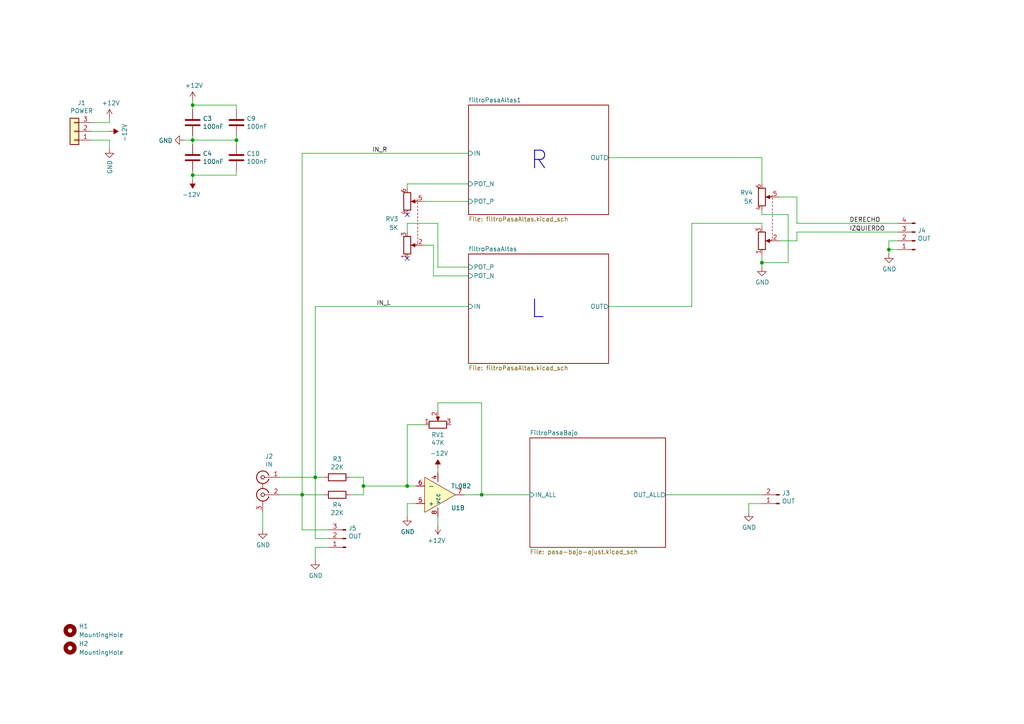
<source format=kicad_sch>
(kicad_sch (version 20210621) (generator eeschema)
  (paper "A4")
  (lib_symbols
    (symbol "Connector:Conn_01x02_Male" (pin_names (offset 1.016) hide)
      (property "Reference" "J" (at 0 2.54 0))
      (property "Value" "Conn_01x02_Male" (at 0 -5.08 0))
      (symbol "Conn_01x02_Male_1_1"
        (polyline (pts (xy 1.27 -2.54) (xy 0.8636 -2.54)) (stroke (width 0.1524)))
        (polyline (pts (xy 1.27 0) (xy 0.8636 0)) (stroke (width 0.1524)))
        (rectangle (start 0.8636 -2.413) (end 0 -2.667) (stroke (width 0.1524)) (fill (type outline)))
        (rectangle (start 0.8636 0.127) (end 0 -0.127) (stroke (width 0.1524)) (fill (type outline)))
        (pin passive line (at 5.08 0 180) (length 3.81) (name "Pin_1") (number "1"))
        (pin passive line (at 5.08 -2.54 180) (length 3.81) (name "Pin_2") (number "2"))
      )
    )
    (symbol "Connector:Conn_01x03_Male" (pin_names (offset 1.016) hide)
      (property "Reference" "J" (at 0 5.08 0))
      (property "Value" "Conn_01x03_Male" (at 0 -5.08 0))
      (symbol "Conn_01x03_Male_1_1"
        (polyline (pts (xy 1.27 -2.54) (xy 0.8636 -2.54)) (stroke (width 0.1524)))
        (polyline (pts (xy 1.27 0) (xy 0.8636 0)) (stroke (width 0.1524)))
        (polyline (pts (xy 1.27 2.54) (xy 0.8636 2.54)) (stroke (width 0.1524)))
        (rectangle (start 0.8636 -2.413) (end 0 -2.667) (stroke (width 0.1524)) (fill (type outline)))
        (rectangle (start 0.8636 0.127) (end 0 -0.127) (stroke (width 0.1524)) (fill (type outline)))
        (rectangle (start 0.8636 2.667) (end 0 2.413) (stroke (width 0.1524)) (fill (type outline)))
        (pin passive line (at 5.08 2.54 180) (length 3.81) (name "Pin_1") (number "1"))
        (pin passive line (at 5.08 0 180) (length 3.81) (name "Pin_2") (number "2"))
        (pin passive line (at 5.08 -2.54 180) (length 3.81) (name "Pin_3") (number "3"))
      )
    )
    (symbol "Connector:Conn_01x04_Male" (pin_names (offset 1.016) hide)
      (property "Reference" "J" (at 0 5.08 0))
      (property "Value" "Conn_01x04_Male" (at 0 -7.62 0))
      (symbol "Conn_01x04_Male_1_1"
        (polyline (pts (xy 1.27 -5.08) (xy 0.8636 -5.08)) (stroke (width 0.1524)))
        (polyline (pts (xy 1.27 -2.54) (xy 0.8636 -2.54)) (stroke (width 0.1524)))
        (polyline (pts (xy 1.27 0) (xy 0.8636 0)) (stroke (width 0.1524)))
        (polyline (pts (xy 1.27 2.54) (xy 0.8636 2.54)) (stroke (width 0.1524)))
        (rectangle (start 0.8636 -4.953) (end 0 -5.207) (stroke (width 0.1524)) (fill (type outline)))
        (rectangle (start 0.8636 -2.413) (end 0 -2.667) (stroke (width 0.1524)) (fill (type outline)))
        (rectangle (start 0.8636 0.127) (end 0 -0.127) (stroke (width 0.1524)) (fill (type outline)))
        (rectangle (start 0.8636 2.667) (end 0 2.413) (stroke (width 0.1524)) (fill (type outline)))
        (pin passive line (at 5.08 2.54 180) (length 3.81) (name "Pin_1") (number "1"))
        (pin passive line (at 5.08 0 180) (length 3.81) (name "Pin_2") (number "2"))
        (pin passive line (at 5.08 -2.54 180) (length 3.81) (name "Pin_3") (number "3"))
        (pin passive line (at 5.08 -5.08 180) (length 3.81) (name "Pin_4") (number "4"))
      )
    )
    (symbol "Connector:Conn_Coaxial_x2" (pin_names (offset 1.016) hide)
      (property "Reference" "J" (at 0 5.715 0))
      (property "Value" "Conn_Coaxial_x2" (at 2.921 0 90))
      (symbol "Conn_Coaxial_x2_0_1"
        (arc (start -1.778 -3.048) (mid 0.222 -4.348) (end 1.778 -2.54) (stroke (width 0.254)))
        (arc (start -1.778 2.032) (mid 0.222 0.732) (end 1.778 2.54) (stroke (width 0.254)))
        (circle (center 0 -2.54) (radius 0.508) (stroke (width 0.2032)) (stroke (width 0.2032)))
        (polyline (pts (xy -2.54 -2.54) (xy -0.508 -2.54)))
        (polyline (pts (xy -2.54 2.54) (xy -0.508 2.54)))
        (polyline (pts (xy 0 -5.08) (xy 0 -4.318)))
        (polyline (pts (xy 0 0.762) (xy 0 -0.635)))
        (circle (center 0 2.54) (radius 0.508) (stroke (width 0.2032)) (stroke (width 0.2032)))
        (arc (start 1.778 -2.54) (mid 0.2221 -0.7317) (end -1.778 -2.032) (stroke (width 0.254)))
        (arc (start 1.778 2.54) (mid 0.2221 4.3483) (end -1.778 3.048) (stroke (width 0.254)))
      )
      (symbol "Conn_Coaxial_x2_1_1"
        (pin passive line (at -5.08 2.54 0) (length 2.54) (name "IN1") (number "1"))
        (pin passive line (at -5.08 -2.54 0) (length 2.54) (name "IN2") (number "2"))
        (pin passive line (at 0 -7.62 90) (length 2.54) (name "EXT") (number "3"))
      )
    )
    (symbol "Connector_Generic:Conn_01x03" (pin_names (offset 1.016) hide)
      (property "Reference" "J" (at 0 5.08 0))
      (property "Value" "Conn_01x03" (at 0 -5.08 0))
      (symbol "Conn_01x03_1_1"
        (rectangle (start -1.27 -2.413) (end 0 -2.667) (stroke (width 0.1524)))
        (rectangle (start -1.27 0.127) (end 0 -0.127) (stroke (width 0.1524)))
        (rectangle (start -1.27 2.667) (end 0 2.413) (stroke (width 0.1524)))
        (rectangle (start -1.27 3.81) (end 1.27 -3.81) (stroke (width 0.254)) (fill (type background)))
        (pin passive line (at -5.08 2.54 0) (length 3.81) (name "Pin_1") (number "1"))
        (pin passive line (at -5.08 0 0) (length 3.81) (name "Pin_2") (number "2"))
        (pin passive line (at -5.08 -2.54 0) (length 3.81) (name "Pin_3") (number "3"))
      )
    )
    (symbol "Device:C" (pin_numbers hide) (pin_names (offset 0.254))
      (property "Reference" "C" (at 0.635 2.54 0))
      (property "Value" "C" (at 0.635 -2.54 0))
      (symbol "C_0_1"
        (polyline (pts (xy -2.032 -0.762) (xy 2.032 -0.762)) (stroke (width 0.508)))
        (polyline (pts (xy -2.032 0.762) (xy 2.032 0.762)) (stroke (width 0.508)))
      )
      (symbol "C_1_1"
        (pin passive line (at 0 3.81 270) (length 2.794) (name "~") (number "1"))
        (pin passive line (at 0 -3.81 90) (length 2.794) (name "~") (number "2"))
      )
    )
    (symbol "Device:R" (pin_numbers hide) (pin_names (offset 0))
      (property "Reference" "R" (at 2.032 0 90))
      (property "Value" "R" (at 0 0 90))
      (symbol "R_0_1"
        (rectangle (start -1.016 -2.54) (end 1.016 2.54) (stroke (width 0.254)))
      )
      (symbol "R_1_1"
        (pin passive line (at 0 3.81 270) (length 1.27) (name "~") (number "1"))
        (pin passive line (at 0 -3.81 90) (length 1.27) (name "~") (number "2"))
      )
    )
    (symbol "Device:R_Potentiometer" (pin_names (offset 1.016) hide)
      (property "Reference" "RV" (at -4.445 0 90))
      (property "Value" "R_Potentiometer" (at -2.54 0 90))
      (symbol "R_Potentiometer_0_1"
        (polyline (pts (xy 2.54 0) (xy 1.524 0)))
        (polyline (pts (xy 1.143 0) (xy 2.286 0.508) (xy 2.286 -0.508) (xy 1.143 0)) (fill (type outline)))
        (rectangle (start 1.016 2.54) (end -1.016 -2.54) (stroke (width 0.254)))
      )
      (symbol "R_Potentiometer_1_1"
        (pin passive line (at 0 3.81 270) (length 1.27) (name "1") (number "1"))
        (pin passive line (at 3.81 0 180) (length 1.27) (name "2") (number "2"))
        (pin passive line (at 0 -3.81 90) (length 1.27) (name "3") (number "3"))
      )
    )
    (symbol "Device:R_Potentiometer_Dual" (pin_names (offset 1.016) hide)
      (property "Reference" "RV" (at 0 3.81 0))
      (property "Value" "R_Potentiometer_Dual" (at 0 1.905 0))
      (symbol "R_Potentiometer_Dual_0_1"
        (rectangle (start -8.89 -1.524) (end -3.81 -3.556) (stroke (width 0.254)))
        (polyline (pts (xy -6.35 0) (xy -6.35 -1.016)))
        (polyline (pts (xy -6.35 0) (xy -6.35 -1.016)))
        (polyline (pts (xy -6.35 0) (xy -5.842 0.508)))
        (polyline (pts (xy -5.588 0.508) (xy -5.08 0.508)))
        (polyline (pts (xy -4.572 0.508) (xy -4.064 0.508)))
        (polyline (pts (xy -3.556 0.508) (xy -3.048 0.508)))
        (polyline (pts (xy -2.54 0.508) (xy -2.032 0.508)))
        (polyline (pts (xy -1.524 0.508) (xy -1.016 0.508)))
        (polyline (pts (xy -0.508 0.508) (xy 0 0.508)))
        (polyline (pts (xy 0.508 0.508) (xy 1.016 0.508)))
        (polyline (pts (xy 1.524 0.508) (xy 2.032 0.508)))
        (polyline (pts (xy 2.54 0.508) (xy 3.048 0.508)))
        (polyline (pts (xy 3.556 0.508) (xy 4.064 0.508)))
        (polyline (pts (xy 4.572 0.508) (xy 5.08 0.508)))
        (polyline (pts (xy 5.588 0.508) (xy 6.096 0.508)))
        (polyline (pts (xy 6.35 0) (xy 6.35 -1.016)))
        (polyline (pts (xy 6.35 0) (xy 6.35 -1.016)))
        (polyline (pts (xy 6.604 0.508) (xy 6.858 0.508) (xy 6.35 0)))
        (polyline (pts (xy -6.35 -1.397) (xy -6.858 -0.254) (xy -5.842 -0.254) (xy -6.35 -1.397)) (fill (type outline)))
        (polyline (pts (xy 6.35 -1.397) (xy 5.842 -0.254) (xy 6.858 -0.254) (xy 6.35 -1.397)) (fill (type outline)))
        (rectangle (start 3.81 -1.524) (end 8.89 -3.556) (stroke (width 0.254)))
      )
      (symbol "R_Potentiometer_Dual_1_1"
        (pin passive line (at -10.16 -2.54 0) (length 1.27) (name "1") (number "1"))
        (pin passive line (at -6.35 2.54 270) (length 2.54) (name "2") (number "2"))
        (pin passive line (at -2.54 -2.54 180) (length 1.27) (name "3") (number "3"))
        (pin passive line (at 2.54 -2.54 0) (length 1.27) (name "4") (number "4"))
        (pin passive line (at 6.35 2.54 270) (length 2.54) (name "5") (number "5"))
        (pin passive line (at 10.16 -2.54 180) (length 1.27) (name "6") (number "6"))
      )
    )
    (symbol "MSS_Operational-Amplifier:TL082" (pin_names (offset 1.016))
      (property "Reference" "U" (at 2.54 -2.54 0))
      (property "Value" "TL082" (at 3.81 5.08 0))
      (symbol "TL082_0_0"
        (pin input line (at 0 -6.35 90) (length 2.54) (name "~") (number "4"))
        (pin input line (at 0 6.35 270) (length 2.54) (name "vcc") (number "8"))
      )
      (symbol "TL082_0_1"
        (polyline (pts (xy -3.81 5.08) (xy -3.81 -5.08) (xy 5.08 0) (xy -3.81 5.08)) (fill (type background)))
      )
      (symbol "TL082_1_1"
        (pin output line (at 7.62 0 180) (length 2.54) (name "~") (number "1"))
        (pin input line (at -6.35 -2.54 0) (length 2.54) (name "-") (number "2"))
        (pin input line (at -6.35 2.54 0) (length 2.54) (name "+") (number "3"))
      )
      (symbol "TL082_2_1"
        (pin input line (at -6.35 2.54 0) (length 2.54) (name "+") (number "5"))
        (pin input line (at -6.35 -2.54 0) (length 2.54) (name "-") (number "6"))
        (pin output line (at 7.62 0 180) (length 2.54) (name "~") (number "7"))
      )
    )
    (symbol "Mechanical:MountingHole" (pin_names (offset 1.016))
      (property "Reference" "H" (at 0 5.08 0))
      (property "Value" "MountingHole" (at 0 3.175 0))
      (symbol "MountingHole_0_1"
        (circle (center 0 0) (radius 1.27) (stroke (width 1.27)) (stroke (width 1.27)))
      )
    )
    (symbol "power:+12V" (power) (pin_names (offset 0))
      (property "Value" "+12V" (at 0 3.556 0))
      (symbol "+12V_0_1"
        (polyline (pts (xy -0.762 1.27) (xy 0 2.54)))
        (polyline (pts (xy 0 0) (xy 0 2.54)))
        (polyline (pts (xy 0 2.54) (xy 0.762 1.27)))
      )
      (symbol "+12V_1_1"
        (pin power_in line (at 0 0 90) (length 0) hide (name "+12V") (number "1"))
      )
    )
    (symbol "power:-12V" (power) (pin_names (offset 0))
      (property "Value" "-12V" (at 0 3.81 0))
      (symbol "-12V_0_0"
        (pin power_in line (at 0 0 90) (length 0) hide (name "-12V") (number "1"))
      )
      (symbol "-12V_0_1"
        (polyline (pts (xy 0 0) (xy 0 1.27) (xy 0.762 1.27) (xy 0 2.54) (xy -0.762 1.27) (xy 0 1.27)) (fill (type outline)))
      )
    )
    (symbol "power:GND" (power) (pin_names (offset 0))
      (property "Value" "GND" (at 0 -3.81 0))
      (symbol "GND_0_1"
        (polyline (pts (xy 0 0) (xy 0 -1.27) (xy 1.27 -1.27) (xy 0 -2.54) (xy -1.27 -1.27) (xy 0 -1.27)))
      )
      (symbol "GND_1_1"
        (pin power_in line (at 0 0 270) (length 0) hide (name "GND") (number "1"))
      )
    )
  )
  (junction (at 55.88 30.48))
  (junction (at 55.88 40.64))
  (junction (at 55.88 50.8))
  (junction (at 68.58 40.64))
  (junction (at 87.63 143.51))
  (junction (at 91.44 138.43))
  (junction (at 105.41 140.97))
  (junction (at 118.11 140.97))
  (junction (at 139.7 143.51))
  (junction (at 220.98 76.2))
  (junction (at 257.81 72.39))
  (no_connect (at 118.11 62.23))
  (no_connect (at 118.11 74.93))
  (wire (pts (xy 26.67 35.56) (xy 31.75 35.56)))
  (wire (pts (xy 31.75 35.56) (xy 31.75 34.29)))
  (wire (pts (xy 31.75 38.1) (xy 26.67 38.1)))
  (wire (pts (xy 31.75 40.64) (xy 26.67 40.64)))
  (wire (pts (xy 31.75 43.18) (xy 31.75 40.64)))
  (wire (pts (xy 53.34 40.64) (xy 55.88 40.64)))
  (wire (pts (xy 55.88 29.21) (xy 55.88 30.48)))
  (wire (pts (xy 55.88 30.48) (xy 55.88 31.75)))
  (wire (pts (xy 55.88 40.64) (xy 55.88 39.37)))
  (wire (pts (xy 55.88 40.64) (xy 68.58 40.64)))
  (wire (pts (xy 55.88 41.91) (xy 55.88 40.64)))
  (wire (pts (xy 55.88 50.8) (xy 55.88 49.53)))
  (wire (pts (xy 55.88 50.8) (xy 68.58 50.8)))
  (wire (pts (xy 55.88 52.07) (xy 55.88 50.8)))
  (wire (pts (xy 68.58 30.48) (xy 55.88 30.48)))
  (wire (pts (xy 68.58 31.75) (xy 68.58 30.48)))
  (wire (pts (xy 68.58 39.37) (xy 68.58 40.64)))
  (wire (pts (xy 68.58 40.64) (xy 68.58 41.91)))
  (wire (pts (xy 68.58 49.53) (xy 68.58 50.8)))
  (wire (pts (xy 76.2 153.67) (xy 76.2 148.59)))
  (wire (pts (xy 87.63 44.45) (xy 135.89 44.45)))
  (wire (pts (xy 87.63 143.51) (xy 81.28 143.51)))
  (wire (pts (xy 87.63 143.51) (xy 87.63 44.45)))
  (wire (pts (xy 87.63 153.67) (xy 87.63 143.51)))
  (wire (pts (xy 87.63 153.67) (xy 95.25 153.67)))
  (wire (pts (xy 91.44 88.9) (xy 135.89 88.9)))
  (wire (pts (xy 91.44 138.43) (xy 81.28 138.43)))
  (wire (pts (xy 91.44 138.43) (xy 91.44 88.9)))
  (wire (pts (xy 91.44 156.21) (xy 91.44 138.43)))
  (wire (pts (xy 91.44 156.21) (xy 95.25 156.21)))
  (wire (pts (xy 91.44 158.75) (xy 95.25 158.75)))
  (wire (pts (xy 91.44 162.56) (xy 91.44 158.75)))
  (wire (pts (xy 93.98 138.43) (xy 91.44 138.43)))
  (wire (pts (xy 93.98 143.51) (xy 87.63 143.51)))
  (wire (pts (xy 101.6 138.43) (xy 105.41 138.43)))
  (wire (pts (xy 105.41 138.43) (xy 105.41 140.97)))
  (wire (pts (xy 105.41 140.97) (xy 105.41 143.51)))
  (wire (pts (xy 105.41 143.51) (xy 101.6 143.51)))
  (wire (pts (xy 118.11 53.34) (xy 135.89 53.34)))
  (wire (pts (xy 118.11 54.61) (xy 118.11 53.34)))
  (wire (pts (xy 118.11 64.77) (xy 118.11 67.31)))
  (wire (pts (xy 118.11 64.77) (xy 127 64.77)))
  (wire (pts (xy 118.11 123.19) (xy 118.11 140.97)))
  (wire (pts (xy 118.11 140.97) (xy 105.41 140.97)))
  (wire (pts (xy 118.11 146.05) (xy 120.65 146.05)))
  (wire (pts (xy 118.11 149.86) (xy 118.11 146.05)))
  (wire (pts (xy 120.65 140.97) (xy 118.11 140.97)))
  (wire (pts (xy 123.19 58.42) (xy 135.89 58.42)))
  (wire (pts (xy 123.19 71.12) (xy 125.73 71.12)))
  (wire (pts (xy 123.19 123.19) (xy 118.11 123.19)))
  (wire (pts (xy 125.73 71.12) (xy 125.73 80.01)))
  (wire (pts (xy 125.73 80.01) (xy 135.89 80.01)))
  (wire (pts (xy 127 64.77) (xy 127 77.47)))
  (wire (pts (xy 127 77.47) (xy 135.89 77.47)))
  (wire (pts (xy 127 116.84) (xy 139.7 116.84)))
  (wire (pts (xy 127 119.38) (xy 127 116.84)))
  (wire (pts (xy 127 135.89) (xy 127 137.16)))
  (wire (pts (xy 127 152.4) (xy 127 149.86)))
  (wire (pts (xy 139.7 116.84) (xy 139.7 143.51)))
  (wire (pts (xy 139.7 143.51) (xy 134.62 143.51)))
  (wire (pts (xy 139.7 143.51) (xy 153.67 143.51)))
  (wire (pts (xy 176.53 45.72) (xy 220.98 45.72)))
  (wire (pts (xy 176.53 88.9) (xy 200.66 88.9)))
  (wire (pts (xy 193.04 143.51) (xy 220.98 143.51)))
  (wire (pts (xy 200.66 64.77) (xy 200.66 88.9)))
  (wire (pts (xy 217.17 146.05) (xy 220.98 146.05)))
  (wire (pts (xy 217.17 148.59) (xy 217.17 146.05)))
  (wire (pts (xy 220.98 45.72) (xy 220.98 53.34)))
  (wire (pts (xy 220.98 62.23) (xy 220.98 60.96)))
  (wire (pts (xy 220.98 64.77) (xy 200.66 64.77)))
  (wire (pts (xy 220.98 66.04) (xy 220.98 64.77)))
  (wire (pts (xy 220.98 73.66) (xy 220.98 76.2)))
  (wire (pts (xy 220.98 76.2) (xy 220.98 77.47)))
  (wire (pts (xy 220.98 76.2) (xy 228.6 76.2)))
  (wire (pts (xy 226.06 57.15) (xy 231.14 57.15)))
  (wire (pts (xy 226.06 69.85) (xy 231.14 69.85)))
  (wire (pts (xy 228.6 62.23) (xy 220.98 62.23)))
  (wire (pts (xy 228.6 76.2) (xy 228.6 62.23)))
  (wire (pts (xy 231.14 57.15) (xy 231.14 64.77)))
  (wire (pts (xy 231.14 64.77) (xy 260.35 64.77)))
  (wire (pts (xy 231.14 67.31) (xy 231.14 69.85)))
  (wire (pts (xy 257.81 69.85) (xy 257.81 72.39)))
  (wire (pts (xy 257.81 72.39) (xy 260.35 72.39)))
  (wire (pts (xy 257.81 73.66) (xy 257.81 72.39)))
  (wire (pts (xy 260.35 67.31) (xy 231.14 67.31)))
  (wire (pts (xy 260.35 69.85) (xy 257.81 69.85)))
  (text "R" (at 153.67 49.53 0) (effects (font (size 5.08 5.08) (thickness 0.254) bold) (justify left bottom)))
  (text "L" (at 153.67 92.71 0) (effects (font (size 5.08 5.08) (thickness 0.254) bold) (justify left bottom)))
  (label "IN_R" (at 107.95 44.45 0))
  (label "IN_L" (at 109.22 88.9 0))
  (label "DERECHO" (at 246.38 64.77 0))
  (label "IZQUIERDO" (at 246.38 67.31 0))
  (symbol (lib_id "power:+12V") (at 31.75 34.29 0) (unit 1)
    (property "Reference" "#PWR01" (effects hide))
    (property "Value" "+12V" (at 32.131 29.8958 0))
  )
  (symbol (lib_id "power:-12V") (at 31.75 38.1 270) (unit 1)
    (property "Reference" "#PWR03" (effects hide))
    (property "Value" "-12V" (at 36.1442 38.481 0))
  )
  (symbol (lib_id "power:+12V") (at 55.88 29.21 0) (unit 1)
    (property "Reference" "#PWR06" (effects hide))
    (property "Value" "+12V" (at 56.261 24.8158 0))
  )
  (symbol (lib_id "power:-12V") (at 55.88 52.07 180) (unit 1)
    (property "Reference" "#PWR07" (effects hide))
    (property "Value" "-12V" (at 55.499 56.4642 0))
  )
  (symbol (lib_id "power:-12V") (at 127 135.89 0) (unit 1)
    (property "Reference" "#PWR09" (effects hide))
    (property "Value" "-12V" (at 127.381 131.4958 0))
  )
  (symbol (lib_id "power:+12V") (at 127 152.4 180) (unit 1)
    (property "Reference" "#PWR010" (effects hide))
    (property "Value" "+12V" (at 126.619 156.7942 0))
  )
  (symbol (lib_id "power:GND") (at 31.75 43.18 0) (unit 1)
    (property "Reference" "#PWR02" (effects hide))
    (property "Value" "GND" (at 31.877 46.4312 90) (effects (justify right)))
  )
  (symbol (lib_id "power:GND") (at 53.34 40.64 270) (unit 1)
    (property "Reference" "#PWR05" (effects hide))
    (property "Value" "GND" (at 50.0888 40.767 90) (effects (justify right)))
  )
  (symbol (lib_id "power:GND") (at 76.2 153.67 0) (unit 1)
    (property "Reference" "#PWR04" (effects hide))
    (property "Value" "GND" (at 76.327 158.0642 0))
  )
  (symbol (lib_id "power:GND") (at 91.44 162.56 0) (unit 1)
    (property "Reference" "#PWR019" (effects hide))
    (property "Value" "GND" (at 91.567 166.9542 0))
  )
  (symbol (lib_id "power:GND") (at 118.11 149.86 0) (unit 1)
    (property "Reference" "#PWR08" (effects hide))
    (property "Value" "GND" (at 118.237 154.2542 0))
  )
  (symbol (lib_id "power:GND") (at 217.17 148.59 0) (unit 1)
    (property "Reference" "#PWR0103" (effects hide))
    (property "Value" "GND" (at 217.297 152.9842 0))
  )
  (symbol (lib_id "power:GND") (at 220.98 77.47 0) (unit 1)
    (property "Reference" "#PWR0105" (effects hide))
    (property "Value" "GND" (at 221.107 81.8642 0))
  )
  (symbol (lib_id "power:GND") (at 257.81 73.66 0) (unit 1)
    (property "Reference" "#PWR0104" (effects hide))
    (property "Value" "GND" (at 257.937 78.0542 0))
  )
  (symbol (lib_id "Mechanical:MountingHole") (at 20.32 182.88 0) (unit 1)
    (property "Reference" "H1" (at 22.86 181.6099 0) (effects (justify left)))
    (property "Value" "MountingHole" (at 22.86 184.1499 0) (effects (justify left)))
    (property "Footprint" "MountingHole:MountingHole_3.2mm_M3_DIN965_Pad" (effects hide))
  )
  (symbol (lib_id "Mechanical:MountingHole") (at 20.32 187.96 0) (unit 1)
    (property "Reference" "H2" (at 22.86 186.6899 0) (effects (justify left)))
    (property "Value" "MountingHole" (at 22.86 189.2299 0) (effects (justify left)))
    (property "Footprint" "MountingHole:MountingHole_3.2mm_M3_DIN965_Pad" (effects hide))
  )
  (symbol (lib_id "Connector:Conn_01x02_Male") (at 226.06 146.05 180) (unit 1)
    (property "Reference" "J3" (at 226.7712 143.0528 0) (effects (justify right)))
    (property "Value" "OUT" (at 226.7712 145.3642 0) (effects (justify right)))
    (property "Footprint" "Connector_PinHeader_2.54mm:PinHeader_1x02_P2.54mm_Vertical" (effects hide))
  )
  (symbol (lib_id "Device:R") (at 97.79 138.43 270) (unit 1)
    (property "Reference" "R3" (at 97.79 133.1722 90))
    (property "Value" "22K" (at 97.79 135.4836 90))
    (property "Footprint" "Resistor_THT:R_Axial_DIN0207_L6.3mm_D2.5mm_P10.16mm_Horizontal" (effects hide))
  )
  (symbol (lib_id "Device:R") (at 97.79 143.51 270) (unit 1)
    (property "Reference" "R4" (at 97.79 146.431 90))
    (property "Value" "22K" (at 97.79 148.7424 90))
    (property "Footprint" "Resistor_THT:R_Axial_DIN0207_L6.3mm_D2.5mm_P10.16mm_Horizontal" (effects hide))
  )
  (symbol (lib_id "Connector:Conn_01x03_Male") (at 100.33 156.21 180) (unit 1)
    (property "Reference" "J5" (at 101.0412 153.2128 0) (effects (justify right)))
    (property "Value" "OUT" (at 101.0412 155.5242 0) (effects (justify right)))
    (property "Footprint" "Connector_PinHeader_2.54mm:PinHeader_1x03_P2.54mm_Vertical" (effects hide))
  )
  (symbol (lib_id "Device:C") (at 55.88 35.56 180) (unit 1)
    (property "Reference" "C3" (at 58.801 34.3916 0) (effects (justify right)))
    (property "Value" "100nF" (at 58.801 36.703 0) (effects (justify right)))
    (property "Footprint" "Capacitor_THT:C_Disc_D4.3mm_W1.9mm_P5.00mm" (effects hide))
  )
  (symbol (lib_id "Device:C") (at 55.88 45.72 180) (unit 1)
    (property "Reference" "C4" (at 58.801 44.5516 0) (effects (justify right)))
    (property "Value" "100nF" (at 58.801 46.863 0) (effects (justify right)))
    (property "Footprint" "Capacitor_THT:C_Disc_D4.3mm_W1.9mm_P5.00mm" (effects hide))
  )
  (symbol (lib_id "Device:C") (at 68.58 35.56 180) (unit 1)
    (property "Reference" "C9" (at 71.501 34.3916 0) (effects (justify right)))
    (property "Value" "100nF" (at 71.501 36.703 0) (effects (justify right)))
    (property "Footprint" "Capacitor_THT:C_Disc_D4.3mm_W1.9mm_P5.00mm" (effects hide))
  )
  (symbol (lib_id "Device:C") (at 68.58 45.72 180) (unit 1)
    (property "Reference" "C10" (at 71.501 44.5516 0) (effects (justify right)))
    (property "Value" "100nF" (at 71.501 46.863 0) (effects (justify right)))
    (property "Footprint" "Capacitor_THT:C_Disc_D4.3mm_W1.9mm_P5.00mm" (effects hide))
  )
  (symbol (lib_id "Device:R_Potentiometer") (at 127 123.19 90) (unit 1)
    (property "Reference" "RV1" (at 127 126.111 90))
    (property "Value" "47K" (at 127 128.4224 90))
    (property "Footprint" "Potentiometer_THT:Potentiometer_Piher_T-16H_Single_Horizontal" (effects hide))
  )
  (symbol (lib_id "Connector:Conn_01x04_Male") (at 265.43 69.85 180) (unit 1)
    (property "Reference" "J4" (at 266.1412 66.8528 0) (effects (justify right)))
    (property "Value" "OUT" (at 266.1412 69.1642 0) (effects (justify right)))
    (property "Footprint" "Connector_PinHeader_2.54mm:PinHeader_1x04_P2.54mm_Vertical" (effects hide))
  )
  (symbol (lib_id "Connector_Generic:Conn_01x03") (at 21.59 38.1 180) (unit 1)
    (property "Reference" "J1" (at 23.6728 29.845 0))
    (property "Value" "POWER" (at 23.6728 32.1564 0))
    (property "Footprint" "Connector_PinHeader_2.54mm:PinHeader_1x03_P2.54mm_Vertical" (effects hide))
  )
  (symbol (lib_id "Connector:Conn_Coaxial_x2") (at 76.2 140.97 0) (mirror y) (unit 1)
    (property "Reference" "J2" (at 78.0288 132.3848 0))
    (property "Value" "IN" (at 78.0288 134.6962 0))
    (property "Footprint" "MSS_Connector:CUI_RCJ-21XX" (effects hide))
    (property "Datasheet" " ~" (effects hide))
  )
  (symbol (lib_id "Device:R_Potentiometer_Dual") (at 120.65 64.77 270) (mirror x) (unit 1)
    (property "Reference" "RV3" (at 115.57 63.4999 90) (effects (justify right)))
    (property "Value" "5K" (at 115.57 66.0399 90) (effects (justify right)))
    (property "Footprint" "Potentiometer_THT:Potentiometer_Alps_RK163_Dual_Horizontal" (effects hide))
  )
  (symbol (lib_id "Device:R_Potentiometer_Dual") (at 223.52 63.5 270) (mirror x) (unit 1)
    (property "Reference" "RV4" (at 218.44 55.8799 90) (effects (justify right)))
    (property "Value" "5K" (at 218.44 58.4199 90) (effects (justify right)))
    (property "Footprint" "Potentiometer_THT:Potentiometer_Alps_RK163_Dual_Horizontal" (effects hide))
  )
  (symbol (lib_id "MSS_Operational-Amplifier:TL082") (at 127 143.51 0) (mirror x) (unit 2)
    (property "Reference" "U1" (at 130.81 147.32 0) (effects (justify left)))
    (property "Value" "TL082" (at 130.81 140.97 0) (effects (justify left)))
    (property "Footprint" "Package_DIP:DIP-8_W7.62mm_LongPads" (effects hide))
    (property "Datasheet" "https://www.ti.com/lit/ds/symlink/tl082-n.pdf" (effects hide))
  )
  (sheet (at 153.67 127) (size 39.37 31.75) (stroke (width 0.1524))
    (property "Nombre de hoja" "FiltroPasaBajo" (at 153.67 126.2884 0) (effects (justify left bottom)))
    (property "Archivo de hoja" "pasa-bajo-ajust.kicad_sch" (at 153.67 159.3346 0) (effects (justify left top)))
    (pin "OUT_ALL" output (at 193.04 143.51 0))
    (pin "IN_ALL" input (at 153.67 143.51 180))
  )
  (sheet (at 135.89 73.66) (size 40.64 31.75) (stroke (width 0.1524))
    (property "Nombre de hoja" "filtroPasaAltas" (at 135.89 72.9484 0) (effects (justify left bottom)))
    (property "Archivo de hoja" "filtroPasaAltas.kicad_sch" (at 135.89 105.9946 0) (effects (justify left top)))
    (pin "IN" input (at 135.89 88.9 180))
    (pin "OUT" output (at 176.53 88.9 0))
    (pin "POT_N" input (at 135.89 80.01 180))
    (pin "POT_P" input (at 135.89 77.47 180))
  )
  (sheet (at 135.89 30.48) (size 40.64 31.75) (stroke (width 0.1524))
    (property "Nombre de hoja" "filtroPasaAltas1" (at 135.89 29.7684 0) (effects (justify left bottom)))
    (property "Archivo de hoja" "filtroPasaAltas.kicad_sch" (at 135.89 62.8146 0) (effects (justify left top)))
    (pin "IN" input (at 135.89 44.45 180))
    (pin "OUT" output (at 176.53 45.72 0))
    (pin "POT_N" input (at 135.89 53.34 180))
    (pin "POT_P" input (at 135.89 58.42 180))
  )
)
</source>
